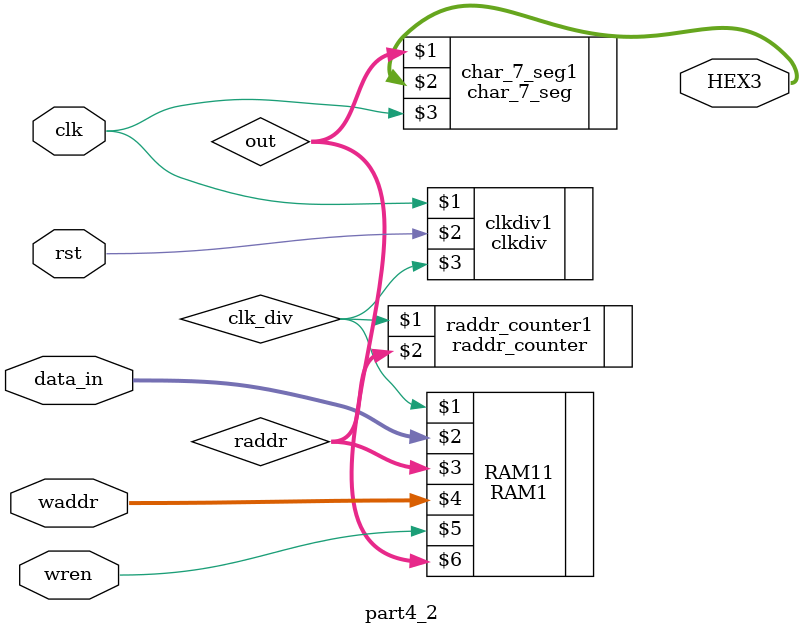
<source format=v>
module part4_2(clk,data_in, wren, waddr, HEX3,rst);
	input clk,wren,rst;
	input [3:0] data_in;
	input [4:0] waddr;
	output [6:0] HEX3;
	
	wire clk_div;
	wire [4:0] raddr;
	wire [3:0] out;
	
	clkdiv clkdiv1(clk,rst,clk_div);
	raddr_counter raddr_counter1(clk_div,raddr);
	RAM1 RAM11(clk_div,data_in,raddr,waddr,wren,out);
	char_7_seg char_7_seg1(out, HEX3, clk);
	
endmodule
	
	
</source>
